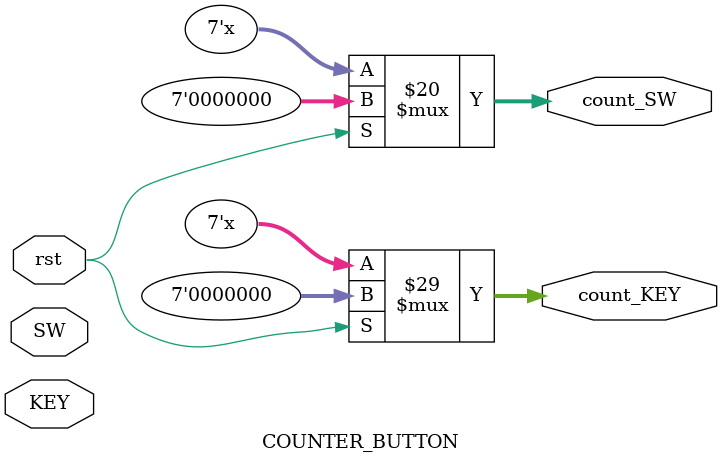
<source format=v>
/*
This version of button increases number in reg whenever it is detected as the right condition (pressed, switched)
It results in increasing a lot of value on every move, since the internal clk is a lot faster than human reaction.
*/

module COUNTER_BUTTON(
	input            rst,
	input      [1:0] SW,
	input      [1:0] KEY,
	output reg [6:0] count_KEY,
	output reg [6:0] count_SW
);

always @ (KEY or SW or rst)
begin
	if (rst)
	begin
		count_KEY <= 0;
		count_SW <= 0;
	end
	else if (!KEY[0])
	begin
		count_KEY <= count_KEY+1;
	end
	else if (!KEY[1])
	begin
		count_KEY <= count_KEY-1;
	end
	else if (SW[0])
	begin
		count_SW <= count_SW+1;
	end
	else if (SW[1])
	begin
		count_SW <= count_SW-1;
	end
end
			

endmodule

</source>
